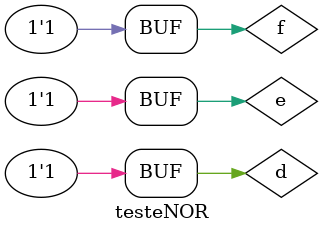
<source format=v>





module PORTANOR (s, d, e, f);
output s;
input d, e, f;

assign s = ~( d | e | f);

endmodule




module testeNOR;
reg d, e, f;
wire s1, s2, s3, s;

PORTANOR NOR1(s1, d, d, d); 
PORTANOR NOR2(s2, e, e, e);
PORTANOR NOR3(s3, f, f, f);
PORTANOR NOR4(s, s1, s2, s3);

initial begin:start

 d=0; e=0; f=0;
 
 end
 
 
 
 initial begin : main
 
 $display("Guia 02 - Raphaela Fernanda Silva - 420141");
 $display("Teste PORTANOR");
 $display("d & e & f = s ");
 $monitor("%b   %b   %b = %b", d, e, f, s);
 
  #1  d=0; e=0; f=1;
  #1  d=0; e=1; f=0;
  #1  d=0; e=1; f=1;
  #1  d=1; e=0; f=0;
  #1  d=1; e=0; f=1;
  #1  d=1; e=1; f=0;
  #1  d=1; e=1; f=1;
   
 end
 
 endmodule

</source>
